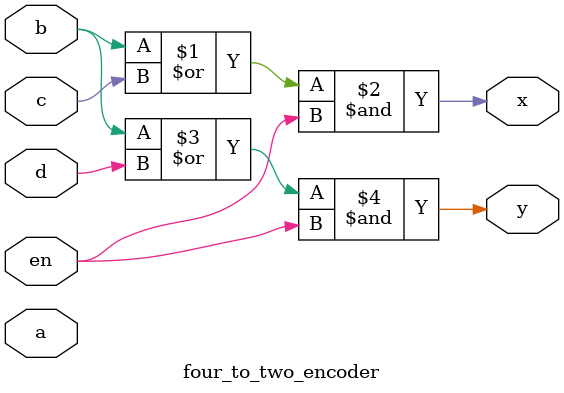
<source format=v>
module four_to_two_encoder(a,b,c,d,en,x,y);
input a,b,c,d,en  ;
output x,y;
assign x = (b | c) & en;
assign y = (b | d) & en;
endmodule

</source>
